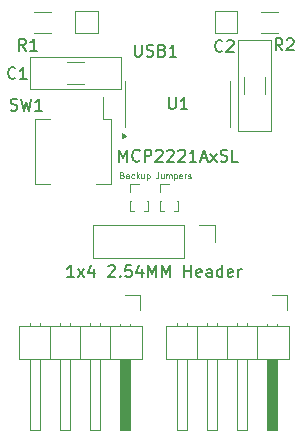
<source format=gbr>
%TF.GenerationSoftware,KiCad,Pcbnew,9.0.5*%
%TF.CreationDate,2025-10-22T16:43:25-04:00*%
%TF.ProjectId,USBC_I2C,55534243-5f49-4324-932e-6b696361645f,rev?*%
%TF.SameCoordinates,Original*%
%TF.FileFunction,Legend,Top*%
%TF.FilePolarity,Positive*%
%FSLAX46Y46*%
G04 Gerber Fmt 4.6, Leading zero omitted, Abs format (unit mm)*
G04 Created by KiCad (PCBNEW 9.0.5) date 2025-10-22 16:43:25*
%MOMM*%
%LPD*%
G01*
G04 APERTURE LIST*
%ADD10C,0.100000*%
%ADD11C,0.150000*%
%ADD12C,0.120000*%
G04 APERTURE END LIST*
D10*
X93976381Y-71338204D02*
X94047809Y-71362014D01*
X94047809Y-71362014D02*
X94071619Y-71385823D01*
X94071619Y-71385823D02*
X94095428Y-71433442D01*
X94095428Y-71433442D02*
X94095428Y-71504871D01*
X94095428Y-71504871D02*
X94071619Y-71552490D01*
X94071619Y-71552490D02*
X94047809Y-71576300D01*
X94047809Y-71576300D02*
X94000190Y-71600109D01*
X94000190Y-71600109D02*
X93809714Y-71600109D01*
X93809714Y-71600109D02*
X93809714Y-71100109D01*
X93809714Y-71100109D02*
X93976381Y-71100109D01*
X93976381Y-71100109D02*
X94024000Y-71123919D01*
X94024000Y-71123919D02*
X94047809Y-71147728D01*
X94047809Y-71147728D02*
X94071619Y-71195347D01*
X94071619Y-71195347D02*
X94071619Y-71242966D01*
X94071619Y-71242966D02*
X94047809Y-71290585D01*
X94047809Y-71290585D02*
X94024000Y-71314395D01*
X94024000Y-71314395D02*
X93976381Y-71338204D01*
X93976381Y-71338204D02*
X93809714Y-71338204D01*
X94524000Y-71600109D02*
X94524000Y-71338204D01*
X94524000Y-71338204D02*
X94500190Y-71290585D01*
X94500190Y-71290585D02*
X94452571Y-71266776D01*
X94452571Y-71266776D02*
X94357333Y-71266776D01*
X94357333Y-71266776D02*
X94309714Y-71290585D01*
X94524000Y-71576300D02*
X94476381Y-71600109D01*
X94476381Y-71600109D02*
X94357333Y-71600109D01*
X94357333Y-71600109D02*
X94309714Y-71576300D01*
X94309714Y-71576300D02*
X94285905Y-71528680D01*
X94285905Y-71528680D02*
X94285905Y-71481061D01*
X94285905Y-71481061D02*
X94309714Y-71433442D01*
X94309714Y-71433442D02*
X94357333Y-71409633D01*
X94357333Y-71409633D02*
X94476381Y-71409633D01*
X94476381Y-71409633D02*
X94524000Y-71385823D01*
X94976381Y-71576300D02*
X94928762Y-71600109D01*
X94928762Y-71600109D02*
X94833524Y-71600109D01*
X94833524Y-71600109D02*
X94785905Y-71576300D01*
X94785905Y-71576300D02*
X94762095Y-71552490D01*
X94762095Y-71552490D02*
X94738286Y-71504871D01*
X94738286Y-71504871D02*
X94738286Y-71362014D01*
X94738286Y-71362014D02*
X94762095Y-71314395D01*
X94762095Y-71314395D02*
X94785905Y-71290585D01*
X94785905Y-71290585D02*
X94833524Y-71266776D01*
X94833524Y-71266776D02*
X94928762Y-71266776D01*
X94928762Y-71266776D02*
X94976381Y-71290585D01*
X95190666Y-71600109D02*
X95190666Y-71100109D01*
X95238285Y-71409633D02*
X95381142Y-71600109D01*
X95381142Y-71266776D02*
X95190666Y-71457252D01*
X95809714Y-71266776D02*
X95809714Y-71600109D01*
X95595428Y-71266776D02*
X95595428Y-71528680D01*
X95595428Y-71528680D02*
X95619238Y-71576300D01*
X95619238Y-71576300D02*
X95666857Y-71600109D01*
X95666857Y-71600109D02*
X95738285Y-71600109D01*
X95738285Y-71600109D02*
X95785904Y-71576300D01*
X95785904Y-71576300D02*
X95809714Y-71552490D01*
X96047809Y-71266776D02*
X96047809Y-71766776D01*
X96047809Y-71290585D02*
X96095428Y-71266776D01*
X96095428Y-71266776D02*
X96190666Y-71266776D01*
X96190666Y-71266776D02*
X96238285Y-71290585D01*
X96238285Y-71290585D02*
X96262095Y-71314395D01*
X96262095Y-71314395D02*
X96285904Y-71362014D01*
X96285904Y-71362014D02*
X96285904Y-71504871D01*
X96285904Y-71504871D02*
X96262095Y-71552490D01*
X96262095Y-71552490D02*
X96238285Y-71576300D01*
X96238285Y-71576300D02*
X96190666Y-71600109D01*
X96190666Y-71600109D02*
X96095428Y-71600109D01*
X96095428Y-71600109D02*
X96047809Y-71576300D01*
X97023999Y-71100109D02*
X97023999Y-71457252D01*
X97023999Y-71457252D02*
X97000190Y-71528680D01*
X97000190Y-71528680D02*
X96952571Y-71576300D01*
X96952571Y-71576300D02*
X96881142Y-71600109D01*
X96881142Y-71600109D02*
X96833523Y-71600109D01*
X97476380Y-71266776D02*
X97476380Y-71600109D01*
X97262094Y-71266776D02*
X97262094Y-71528680D01*
X97262094Y-71528680D02*
X97285904Y-71576300D01*
X97285904Y-71576300D02*
X97333523Y-71600109D01*
X97333523Y-71600109D02*
X97404951Y-71600109D01*
X97404951Y-71600109D02*
X97452570Y-71576300D01*
X97452570Y-71576300D02*
X97476380Y-71552490D01*
X97714475Y-71600109D02*
X97714475Y-71266776D01*
X97714475Y-71314395D02*
X97738285Y-71290585D01*
X97738285Y-71290585D02*
X97785904Y-71266776D01*
X97785904Y-71266776D02*
X97857332Y-71266776D01*
X97857332Y-71266776D02*
X97904951Y-71290585D01*
X97904951Y-71290585D02*
X97928761Y-71338204D01*
X97928761Y-71338204D02*
X97928761Y-71600109D01*
X97928761Y-71338204D02*
X97952570Y-71290585D01*
X97952570Y-71290585D02*
X98000189Y-71266776D01*
X98000189Y-71266776D02*
X98071618Y-71266776D01*
X98071618Y-71266776D02*
X98119237Y-71290585D01*
X98119237Y-71290585D02*
X98143047Y-71338204D01*
X98143047Y-71338204D02*
X98143047Y-71600109D01*
X98381142Y-71266776D02*
X98381142Y-71766776D01*
X98381142Y-71290585D02*
X98428761Y-71266776D01*
X98428761Y-71266776D02*
X98523999Y-71266776D01*
X98523999Y-71266776D02*
X98571618Y-71290585D01*
X98571618Y-71290585D02*
X98595428Y-71314395D01*
X98595428Y-71314395D02*
X98619237Y-71362014D01*
X98619237Y-71362014D02*
X98619237Y-71504871D01*
X98619237Y-71504871D02*
X98595428Y-71552490D01*
X98595428Y-71552490D02*
X98571618Y-71576300D01*
X98571618Y-71576300D02*
X98523999Y-71600109D01*
X98523999Y-71600109D02*
X98428761Y-71600109D01*
X98428761Y-71600109D02*
X98381142Y-71576300D01*
X99023999Y-71576300D02*
X98976380Y-71600109D01*
X98976380Y-71600109D02*
X98881142Y-71600109D01*
X98881142Y-71600109D02*
X98833523Y-71576300D01*
X98833523Y-71576300D02*
X98809714Y-71528680D01*
X98809714Y-71528680D02*
X98809714Y-71338204D01*
X98809714Y-71338204D02*
X98833523Y-71290585D01*
X98833523Y-71290585D02*
X98881142Y-71266776D01*
X98881142Y-71266776D02*
X98976380Y-71266776D01*
X98976380Y-71266776D02*
X99023999Y-71290585D01*
X99023999Y-71290585D02*
X99047809Y-71338204D01*
X99047809Y-71338204D02*
X99047809Y-71385823D01*
X99047809Y-71385823D02*
X98809714Y-71433442D01*
X99262094Y-71600109D02*
X99262094Y-71266776D01*
X99262094Y-71362014D02*
X99285904Y-71314395D01*
X99285904Y-71314395D02*
X99309713Y-71290585D01*
X99309713Y-71290585D02*
X99357332Y-71266776D01*
X99357332Y-71266776D02*
X99404951Y-71266776D01*
X99547809Y-71576300D02*
X99595428Y-71600109D01*
X99595428Y-71600109D02*
X99690666Y-71600109D01*
X99690666Y-71600109D02*
X99738285Y-71576300D01*
X99738285Y-71576300D02*
X99762094Y-71528680D01*
X99762094Y-71528680D02*
X99762094Y-71504871D01*
X99762094Y-71504871D02*
X99738285Y-71457252D01*
X99738285Y-71457252D02*
X99690666Y-71433442D01*
X99690666Y-71433442D02*
X99619237Y-71433442D01*
X99619237Y-71433442D02*
X99571618Y-71409633D01*
X99571618Y-71409633D02*
X99547809Y-71362014D01*
X99547809Y-71362014D02*
X99547809Y-71338204D01*
X99547809Y-71338204D02*
X99571618Y-71290585D01*
X99571618Y-71290585D02*
X99619237Y-71266776D01*
X99619237Y-71266776D02*
X99690666Y-71266776D01*
X99690666Y-71266776D02*
X99738285Y-71290585D01*
D11*
X84518667Y-65812200D02*
X84661524Y-65859819D01*
X84661524Y-65859819D02*
X84899619Y-65859819D01*
X84899619Y-65859819D02*
X84994857Y-65812200D01*
X84994857Y-65812200D02*
X85042476Y-65764580D01*
X85042476Y-65764580D02*
X85090095Y-65669342D01*
X85090095Y-65669342D02*
X85090095Y-65574104D01*
X85090095Y-65574104D02*
X85042476Y-65478866D01*
X85042476Y-65478866D02*
X84994857Y-65431247D01*
X84994857Y-65431247D02*
X84899619Y-65383628D01*
X84899619Y-65383628D02*
X84709143Y-65336009D01*
X84709143Y-65336009D02*
X84613905Y-65288390D01*
X84613905Y-65288390D02*
X84566286Y-65240771D01*
X84566286Y-65240771D02*
X84518667Y-65145533D01*
X84518667Y-65145533D02*
X84518667Y-65050295D01*
X84518667Y-65050295D02*
X84566286Y-64955057D01*
X84566286Y-64955057D02*
X84613905Y-64907438D01*
X84613905Y-64907438D02*
X84709143Y-64859819D01*
X84709143Y-64859819D02*
X84947238Y-64859819D01*
X84947238Y-64859819D02*
X85090095Y-64907438D01*
X85423429Y-64859819D02*
X85661524Y-65859819D01*
X85661524Y-65859819D02*
X85852000Y-65145533D01*
X85852000Y-65145533D02*
X86042476Y-65859819D01*
X86042476Y-65859819D02*
X86280572Y-64859819D01*
X87185333Y-65859819D02*
X86613905Y-65859819D01*
X86899619Y-65859819D02*
X86899619Y-64859819D01*
X86899619Y-64859819D02*
X86804381Y-65002676D01*
X86804381Y-65002676D02*
X86709143Y-65097914D01*
X86709143Y-65097914D02*
X86613905Y-65145533D01*
X89885094Y-79956819D02*
X89313666Y-79956819D01*
X89599380Y-79956819D02*
X89599380Y-78956819D01*
X89599380Y-78956819D02*
X89504142Y-79099676D01*
X89504142Y-79099676D02*
X89408904Y-79194914D01*
X89408904Y-79194914D02*
X89313666Y-79242533D01*
X90218428Y-79956819D02*
X90742237Y-79290152D01*
X90218428Y-79290152D02*
X90742237Y-79956819D01*
X91551761Y-79290152D02*
X91551761Y-79956819D01*
X91313666Y-78909200D02*
X91075571Y-79623485D01*
X91075571Y-79623485D02*
X91694618Y-79623485D01*
X92789857Y-79052057D02*
X92837476Y-79004438D01*
X92837476Y-79004438D02*
X92932714Y-78956819D01*
X92932714Y-78956819D02*
X93170809Y-78956819D01*
X93170809Y-78956819D02*
X93266047Y-79004438D01*
X93266047Y-79004438D02*
X93313666Y-79052057D01*
X93313666Y-79052057D02*
X93361285Y-79147295D01*
X93361285Y-79147295D02*
X93361285Y-79242533D01*
X93361285Y-79242533D02*
X93313666Y-79385390D01*
X93313666Y-79385390D02*
X92742238Y-79956819D01*
X92742238Y-79956819D02*
X93361285Y-79956819D01*
X93789857Y-79861580D02*
X93837476Y-79909200D01*
X93837476Y-79909200D02*
X93789857Y-79956819D01*
X93789857Y-79956819D02*
X93742238Y-79909200D01*
X93742238Y-79909200D02*
X93789857Y-79861580D01*
X93789857Y-79861580D02*
X93789857Y-79956819D01*
X94742237Y-78956819D02*
X94266047Y-78956819D01*
X94266047Y-78956819D02*
X94218428Y-79433009D01*
X94218428Y-79433009D02*
X94266047Y-79385390D01*
X94266047Y-79385390D02*
X94361285Y-79337771D01*
X94361285Y-79337771D02*
X94599380Y-79337771D01*
X94599380Y-79337771D02*
X94694618Y-79385390D01*
X94694618Y-79385390D02*
X94742237Y-79433009D01*
X94742237Y-79433009D02*
X94789856Y-79528247D01*
X94789856Y-79528247D02*
X94789856Y-79766342D01*
X94789856Y-79766342D02*
X94742237Y-79861580D01*
X94742237Y-79861580D02*
X94694618Y-79909200D01*
X94694618Y-79909200D02*
X94599380Y-79956819D01*
X94599380Y-79956819D02*
X94361285Y-79956819D01*
X94361285Y-79956819D02*
X94266047Y-79909200D01*
X94266047Y-79909200D02*
X94218428Y-79861580D01*
X95646999Y-79290152D02*
X95646999Y-79956819D01*
X95408904Y-78909200D02*
X95170809Y-79623485D01*
X95170809Y-79623485D02*
X95789856Y-79623485D01*
X96170809Y-79956819D02*
X96170809Y-78956819D01*
X96170809Y-78956819D02*
X96504142Y-79671104D01*
X96504142Y-79671104D02*
X96837475Y-78956819D01*
X96837475Y-78956819D02*
X96837475Y-79956819D01*
X97313666Y-79956819D02*
X97313666Y-78956819D01*
X97313666Y-78956819D02*
X97646999Y-79671104D01*
X97646999Y-79671104D02*
X97980332Y-78956819D01*
X97980332Y-78956819D02*
X97980332Y-79956819D01*
X99218428Y-79956819D02*
X99218428Y-78956819D01*
X99218428Y-79433009D02*
X99789856Y-79433009D01*
X99789856Y-79956819D02*
X99789856Y-78956819D01*
X100646999Y-79909200D02*
X100551761Y-79956819D01*
X100551761Y-79956819D02*
X100361285Y-79956819D01*
X100361285Y-79956819D02*
X100266047Y-79909200D01*
X100266047Y-79909200D02*
X100218428Y-79813961D01*
X100218428Y-79813961D02*
X100218428Y-79433009D01*
X100218428Y-79433009D02*
X100266047Y-79337771D01*
X100266047Y-79337771D02*
X100361285Y-79290152D01*
X100361285Y-79290152D02*
X100551761Y-79290152D01*
X100551761Y-79290152D02*
X100646999Y-79337771D01*
X100646999Y-79337771D02*
X100694618Y-79433009D01*
X100694618Y-79433009D02*
X100694618Y-79528247D01*
X100694618Y-79528247D02*
X100218428Y-79623485D01*
X101551761Y-79956819D02*
X101551761Y-79433009D01*
X101551761Y-79433009D02*
X101504142Y-79337771D01*
X101504142Y-79337771D02*
X101408904Y-79290152D01*
X101408904Y-79290152D02*
X101218428Y-79290152D01*
X101218428Y-79290152D02*
X101123190Y-79337771D01*
X101551761Y-79909200D02*
X101456523Y-79956819D01*
X101456523Y-79956819D02*
X101218428Y-79956819D01*
X101218428Y-79956819D02*
X101123190Y-79909200D01*
X101123190Y-79909200D02*
X101075571Y-79813961D01*
X101075571Y-79813961D02*
X101075571Y-79718723D01*
X101075571Y-79718723D02*
X101123190Y-79623485D01*
X101123190Y-79623485D02*
X101218428Y-79575866D01*
X101218428Y-79575866D02*
X101456523Y-79575866D01*
X101456523Y-79575866D02*
X101551761Y-79528247D01*
X102456523Y-79956819D02*
X102456523Y-78956819D01*
X102456523Y-79909200D02*
X102361285Y-79956819D01*
X102361285Y-79956819D02*
X102170809Y-79956819D01*
X102170809Y-79956819D02*
X102075571Y-79909200D01*
X102075571Y-79909200D02*
X102027952Y-79861580D01*
X102027952Y-79861580D02*
X101980333Y-79766342D01*
X101980333Y-79766342D02*
X101980333Y-79480628D01*
X101980333Y-79480628D02*
X102027952Y-79385390D01*
X102027952Y-79385390D02*
X102075571Y-79337771D01*
X102075571Y-79337771D02*
X102170809Y-79290152D01*
X102170809Y-79290152D02*
X102361285Y-79290152D01*
X102361285Y-79290152D02*
X102456523Y-79337771D01*
X103313666Y-79909200D02*
X103218428Y-79956819D01*
X103218428Y-79956819D02*
X103027952Y-79956819D01*
X103027952Y-79956819D02*
X102932714Y-79909200D01*
X102932714Y-79909200D02*
X102885095Y-79813961D01*
X102885095Y-79813961D02*
X102885095Y-79433009D01*
X102885095Y-79433009D02*
X102932714Y-79337771D01*
X102932714Y-79337771D02*
X103027952Y-79290152D01*
X103027952Y-79290152D02*
X103218428Y-79290152D01*
X103218428Y-79290152D02*
X103313666Y-79337771D01*
X103313666Y-79337771D02*
X103361285Y-79433009D01*
X103361285Y-79433009D02*
X103361285Y-79528247D01*
X103361285Y-79528247D02*
X102885095Y-79623485D01*
X103789857Y-79956819D02*
X103789857Y-79290152D01*
X103789857Y-79480628D02*
X103837476Y-79385390D01*
X103837476Y-79385390D02*
X103885095Y-79337771D01*
X103885095Y-79337771D02*
X103980333Y-79290152D01*
X103980333Y-79290152D02*
X104075571Y-79290152D01*
X95035905Y-60287819D02*
X95035905Y-61097342D01*
X95035905Y-61097342D02*
X95083524Y-61192580D01*
X95083524Y-61192580D02*
X95131143Y-61240200D01*
X95131143Y-61240200D02*
X95226381Y-61287819D01*
X95226381Y-61287819D02*
X95416857Y-61287819D01*
X95416857Y-61287819D02*
X95512095Y-61240200D01*
X95512095Y-61240200D02*
X95559714Y-61192580D01*
X95559714Y-61192580D02*
X95607333Y-61097342D01*
X95607333Y-61097342D02*
X95607333Y-60287819D01*
X96035905Y-61240200D02*
X96178762Y-61287819D01*
X96178762Y-61287819D02*
X96416857Y-61287819D01*
X96416857Y-61287819D02*
X96512095Y-61240200D01*
X96512095Y-61240200D02*
X96559714Y-61192580D01*
X96559714Y-61192580D02*
X96607333Y-61097342D01*
X96607333Y-61097342D02*
X96607333Y-61002104D01*
X96607333Y-61002104D02*
X96559714Y-60906866D01*
X96559714Y-60906866D02*
X96512095Y-60859247D01*
X96512095Y-60859247D02*
X96416857Y-60811628D01*
X96416857Y-60811628D02*
X96226381Y-60764009D01*
X96226381Y-60764009D02*
X96131143Y-60716390D01*
X96131143Y-60716390D02*
X96083524Y-60668771D01*
X96083524Y-60668771D02*
X96035905Y-60573533D01*
X96035905Y-60573533D02*
X96035905Y-60478295D01*
X96035905Y-60478295D02*
X96083524Y-60383057D01*
X96083524Y-60383057D02*
X96131143Y-60335438D01*
X96131143Y-60335438D02*
X96226381Y-60287819D01*
X96226381Y-60287819D02*
X96464476Y-60287819D01*
X96464476Y-60287819D02*
X96607333Y-60335438D01*
X97369238Y-60764009D02*
X97512095Y-60811628D01*
X97512095Y-60811628D02*
X97559714Y-60859247D01*
X97559714Y-60859247D02*
X97607333Y-60954485D01*
X97607333Y-60954485D02*
X97607333Y-61097342D01*
X97607333Y-61097342D02*
X97559714Y-61192580D01*
X97559714Y-61192580D02*
X97512095Y-61240200D01*
X97512095Y-61240200D02*
X97416857Y-61287819D01*
X97416857Y-61287819D02*
X97035905Y-61287819D01*
X97035905Y-61287819D02*
X97035905Y-60287819D01*
X97035905Y-60287819D02*
X97369238Y-60287819D01*
X97369238Y-60287819D02*
X97464476Y-60335438D01*
X97464476Y-60335438D02*
X97512095Y-60383057D01*
X97512095Y-60383057D02*
X97559714Y-60478295D01*
X97559714Y-60478295D02*
X97559714Y-60573533D01*
X97559714Y-60573533D02*
X97512095Y-60668771D01*
X97512095Y-60668771D02*
X97464476Y-60716390D01*
X97464476Y-60716390D02*
X97369238Y-60764009D01*
X97369238Y-60764009D02*
X97035905Y-60764009D01*
X98559714Y-61287819D02*
X97988286Y-61287819D01*
X98274000Y-61287819D02*
X98274000Y-60287819D01*
X98274000Y-60287819D02*
X98178762Y-60430676D01*
X98178762Y-60430676D02*
X98083524Y-60525914D01*
X98083524Y-60525914D02*
X97988286Y-60573533D01*
X107529333Y-60754419D02*
X107196000Y-60278228D01*
X106957905Y-60754419D02*
X106957905Y-59754419D01*
X106957905Y-59754419D02*
X107338857Y-59754419D01*
X107338857Y-59754419D02*
X107434095Y-59802038D01*
X107434095Y-59802038D02*
X107481714Y-59849657D01*
X107481714Y-59849657D02*
X107529333Y-59944895D01*
X107529333Y-59944895D02*
X107529333Y-60087752D01*
X107529333Y-60087752D02*
X107481714Y-60182990D01*
X107481714Y-60182990D02*
X107434095Y-60230609D01*
X107434095Y-60230609D02*
X107338857Y-60278228D01*
X107338857Y-60278228D02*
X106957905Y-60278228D01*
X107910286Y-59849657D02*
X107957905Y-59802038D01*
X107957905Y-59802038D02*
X108053143Y-59754419D01*
X108053143Y-59754419D02*
X108291238Y-59754419D01*
X108291238Y-59754419D02*
X108386476Y-59802038D01*
X108386476Y-59802038D02*
X108434095Y-59849657D01*
X108434095Y-59849657D02*
X108481714Y-59944895D01*
X108481714Y-59944895D02*
X108481714Y-60040133D01*
X108481714Y-60040133D02*
X108434095Y-60182990D01*
X108434095Y-60182990D02*
X107862667Y-60754419D01*
X107862667Y-60754419D02*
X108481714Y-60754419D01*
X85812333Y-60779819D02*
X85479000Y-60303628D01*
X85240905Y-60779819D02*
X85240905Y-59779819D01*
X85240905Y-59779819D02*
X85621857Y-59779819D01*
X85621857Y-59779819D02*
X85717095Y-59827438D01*
X85717095Y-59827438D02*
X85764714Y-59875057D01*
X85764714Y-59875057D02*
X85812333Y-59970295D01*
X85812333Y-59970295D02*
X85812333Y-60113152D01*
X85812333Y-60113152D02*
X85764714Y-60208390D01*
X85764714Y-60208390D02*
X85717095Y-60256009D01*
X85717095Y-60256009D02*
X85621857Y-60303628D01*
X85621857Y-60303628D02*
X85240905Y-60303628D01*
X86764714Y-60779819D02*
X86193286Y-60779819D01*
X86479000Y-60779819D02*
X86479000Y-59779819D01*
X86479000Y-59779819D02*
X86383762Y-59922676D01*
X86383762Y-59922676D02*
X86288524Y-60017914D01*
X86288524Y-60017914D02*
X86193286Y-60065533D01*
X102449333Y-60811580D02*
X102401714Y-60859200D01*
X102401714Y-60859200D02*
X102258857Y-60906819D01*
X102258857Y-60906819D02*
X102163619Y-60906819D01*
X102163619Y-60906819D02*
X102020762Y-60859200D01*
X102020762Y-60859200D02*
X101925524Y-60763961D01*
X101925524Y-60763961D02*
X101877905Y-60668723D01*
X101877905Y-60668723D02*
X101830286Y-60478247D01*
X101830286Y-60478247D02*
X101830286Y-60335390D01*
X101830286Y-60335390D02*
X101877905Y-60144914D01*
X101877905Y-60144914D02*
X101925524Y-60049676D01*
X101925524Y-60049676D02*
X102020762Y-59954438D01*
X102020762Y-59954438D02*
X102163619Y-59906819D01*
X102163619Y-59906819D02*
X102258857Y-59906819D01*
X102258857Y-59906819D02*
X102401714Y-59954438D01*
X102401714Y-59954438D02*
X102449333Y-60002057D01*
X102830286Y-60002057D02*
X102877905Y-59954438D01*
X102877905Y-59954438D02*
X102973143Y-59906819D01*
X102973143Y-59906819D02*
X103211238Y-59906819D01*
X103211238Y-59906819D02*
X103306476Y-59954438D01*
X103306476Y-59954438D02*
X103354095Y-60002057D01*
X103354095Y-60002057D02*
X103401714Y-60097295D01*
X103401714Y-60097295D02*
X103401714Y-60192533D01*
X103401714Y-60192533D02*
X103354095Y-60335390D01*
X103354095Y-60335390D02*
X102782667Y-60906819D01*
X102782667Y-60906819D02*
X103401714Y-60906819D01*
X84923333Y-63097580D02*
X84875714Y-63145200D01*
X84875714Y-63145200D02*
X84732857Y-63192819D01*
X84732857Y-63192819D02*
X84637619Y-63192819D01*
X84637619Y-63192819D02*
X84494762Y-63145200D01*
X84494762Y-63145200D02*
X84399524Y-63049961D01*
X84399524Y-63049961D02*
X84351905Y-62954723D01*
X84351905Y-62954723D02*
X84304286Y-62764247D01*
X84304286Y-62764247D02*
X84304286Y-62621390D01*
X84304286Y-62621390D02*
X84351905Y-62430914D01*
X84351905Y-62430914D02*
X84399524Y-62335676D01*
X84399524Y-62335676D02*
X84494762Y-62240438D01*
X84494762Y-62240438D02*
X84637619Y-62192819D01*
X84637619Y-62192819D02*
X84732857Y-62192819D01*
X84732857Y-62192819D02*
X84875714Y-62240438D01*
X84875714Y-62240438D02*
X84923333Y-62288057D01*
X85875714Y-63192819D02*
X85304286Y-63192819D01*
X85590000Y-63192819D02*
X85590000Y-62192819D01*
X85590000Y-62192819D02*
X85494762Y-62335676D01*
X85494762Y-62335676D02*
X85399524Y-62430914D01*
X85399524Y-62430914D02*
X85304286Y-62478533D01*
X97917095Y-64732819D02*
X97917095Y-65542342D01*
X97917095Y-65542342D02*
X97964714Y-65637580D01*
X97964714Y-65637580D02*
X98012333Y-65685200D01*
X98012333Y-65685200D02*
X98107571Y-65732819D01*
X98107571Y-65732819D02*
X98298047Y-65732819D01*
X98298047Y-65732819D02*
X98393285Y-65685200D01*
X98393285Y-65685200D02*
X98440904Y-65637580D01*
X98440904Y-65637580D02*
X98488523Y-65542342D01*
X98488523Y-65542342D02*
X98488523Y-64732819D01*
X99488523Y-65732819D02*
X98917095Y-65732819D01*
X99202809Y-65732819D02*
X99202809Y-64732819D01*
X99202809Y-64732819D02*
X99107571Y-64875676D01*
X99107571Y-64875676D02*
X99012333Y-64970914D01*
X99012333Y-64970914D02*
X98917095Y-65018533D01*
X93726619Y-70177819D02*
X93726619Y-69177819D01*
X93726619Y-69177819D02*
X94059952Y-69892104D01*
X94059952Y-69892104D02*
X94393285Y-69177819D01*
X94393285Y-69177819D02*
X94393285Y-70177819D01*
X95440904Y-70082580D02*
X95393285Y-70130200D01*
X95393285Y-70130200D02*
X95250428Y-70177819D01*
X95250428Y-70177819D02*
X95155190Y-70177819D01*
X95155190Y-70177819D02*
X95012333Y-70130200D01*
X95012333Y-70130200D02*
X94917095Y-70034961D01*
X94917095Y-70034961D02*
X94869476Y-69939723D01*
X94869476Y-69939723D02*
X94821857Y-69749247D01*
X94821857Y-69749247D02*
X94821857Y-69606390D01*
X94821857Y-69606390D02*
X94869476Y-69415914D01*
X94869476Y-69415914D02*
X94917095Y-69320676D01*
X94917095Y-69320676D02*
X95012333Y-69225438D01*
X95012333Y-69225438D02*
X95155190Y-69177819D01*
X95155190Y-69177819D02*
X95250428Y-69177819D01*
X95250428Y-69177819D02*
X95393285Y-69225438D01*
X95393285Y-69225438D02*
X95440904Y-69273057D01*
X95869476Y-70177819D02*
X95869476Y-69177819D01*
X95869476Y-69177819D02*
X96250428Y-69177819D01*
X96250428Y-69177819D02*
X96345666Y-69225438D01*
X96345666Y-69225438D02*
X96393285Y-69273057D01*
X96393285Y-69273057D02*
X96440904Y-69368295D01*
X96440904Y-69368295D02*
X96440904Y-69511152D01*
X96440904Y-69511152D02*
X96393285Y-69606390D01*
X96393285Y-69606390D02*
X96345666Y-69654009D01*
X96345666Y-69654009D02*
X96250428Y-69701628D01*
X96250428Y-69701628D02*
X95869476Y-69701628D01*
X96821857Y-69273057D02*
X96869476Y-69225438D01*
X96869476Y-69225438D02*
X96964714Y-69177819D01*
X96964714Y-69177819D02*
X97202809Y-69177819D01*
X97202809Y-69177819D02*
X97298047Y-69225438D01*
X97298047Y-69225438D02*
X97345666Y-69273057D01*
X97345666Y-69273057D02*
X97393285Y-69368295D01*
X97393285Y-69368295D02*
X97393285Y-69463533D01*
X97393285Y-69463533D02*
X97345666Y-69606390D01*
X97345666Y-69606390D02*
X96774238Y-70177819D01*
X96774238Y-70177819D02*
X97393285Y-70177819D01*
X97774238Y-69273057D02*
X97821857Y-69225438D01*
X97821857Y-69225438D02*
X97917095Y-69177819D01*
X97917095Y-69177819D02*
X98155190Y-69177819D01*
X98155190Y-69177819D02*
X98250428Y-69225438D01*
X98250428Y-69225438D02*
X98298047Y-69273057D01*
X98298047Y-69273057D02*
X98345666Y-69368295D01*
X98345666Y-69368295D02*
X98345666Y-69463533D01*
X98345666Y-69463533D02*
X98298047Y-69606390D01*
X98298047Y-69606390D02*
X97726619Y-70177819D01*
X97726619Y-70177819D02*
X98345666Y-70177819D01*
X98726619Y-69273057D02*
X98774238Y-69225438D01*
X98774238Y-69225438D02*
X98869476Y-69177819D01*
X98869476Y-69177819D02*
X99107571Y-69177819D01*
X99107571Y-69177819D02*
X99202809Y-69225438D01*
X99202809Y-69225438D02*
X99250428Y-69273057D01*
X99250428Y-69273057D02*
X99298047Y-69368295D01*
X99298047Y-69368295D02*
X99298047Y-69463533D01*
X99298047Y-69463533D02*
X99250428Y-69606390D01*
X99250428Y-69606390D02*
X98679000Y-70177819D01*
X98679000Y-70177819D02*
X99298047Y-70177819D01*
X100250428Y-70177819D02*
X99679000Y-70177819D01*
X99964714Y-70177819D02*
X99964714Y-69177819D01*
X99964714Y-69177819D02*
X99869476Y-69320676D01*
X99869476Y-69320676D02*
X99774238Y-69415914D01*
X99774238Y-69415914D02*
X99679000Y-69463533D01*
X100631381Y-69892104D02*
X101107571Y-69892104D01*
X100536143Y-70177819D02*
X100869476Y-69177819D01*
X100869476Y-69177819D02*
X101202809Y-70177819D01*
X101440905Y-70177819D02*
X101964714Y-69511152D01*
X101440905Y-69511152D02*
X101964714Y-70177819D01*
X102298048Y-70130200D02*
X102440905Y-70177819D01*
X102440905Y-70177819D02*
X102679000Y-70177819D01*
X102679000Y-70177819D02*
X102774238Y-70130200D01*
X102774238Y-70130200D02*
X102821857Y-70082580D01*
X102821857Y-70082580D02*
X102869476Y-69987342D01*
X102869476Y-69987342D02*
X102869476Y-69892104D01*
X102869476Y-69892104D02*
X102821857Y-69796866D01*
X102821857Y-69796866D02*
X102774238Y-69749247D01*
X102774238Y-69749247D02*
X102679000Y-69701628D01*
X102679000Y-69701628D02*
X102488524Y-69654009D01*
X102488524Y-69654009D02*
X102393286Y-69606390D01*
X102393286Y-69606390D02*
X102345667Y-69558771D01*
X102345667Y-69558771D02*
X102298048Y-69463533D01*
X102298048Y-69463533D02*
X102298048Y-69368295D01*
X102298048Y-69368295D02*
X102345667Y-69273057D01*
X102345667Y-69273057D02*
X102393286Y-69225438D01*
X102393286Y-69225438D02*
X102488524Y-69177819D01*
X102488524Y-69177819D02*
X102726619Y-69177819D01*
X102726619Y-69177819D02*
X102869476Y-69225438D01*
X103774238Y-70177819D02*
X103298048Y-70177819D01*
X103298048Y-70177819D02*
X103298048Y-69177819D01*
D12*
%TO.C,SW1*%
X92374000Y-64732000D02*
X92374000Y-66582000D01*
X93024000Y-66582000D02*
X92374000Y-66582000D01*
X93024000Y-66582000D02*
X93024000Y-72102000D01*
X86554000Y-66582000D02*
X87824000Y-66582000D01*
X86554000Y-66582000D02*
X86554000Y-72102000D01*
X93024000Y-72102000D02*
X91754000Y-72102000D01*
X86554000Y-72102000D02*
X87824000Y-72102000D01*
%TO.C,R2*%
X107153064Y-59330000D02*
X105698936Y-59330000D01*
X107153064Y-57510000D02*
X105698936Y-57510000D01*
%TO.C,R1*%
X86521936Y-57510000D02*
X87976064Y-57510000D01*
X86521936Y-59330000D02*
X87976064Y-59330000D01*
%TO.C,C2*%
X104246000Y-64465252D02*
X104246000Y-63042748D01*
X106066000Y-64465252D02*
X106066000Y-63042748D01*
%TO.C,C1*%
X89306348Y-61777200D02*
X90728852Y-61777200D01*
X89306348Y-63597200D02*
X90728852Y-63597200D01*
%TO.C,REF\u002A\u002A*%
X85234000Y-84127000D02*
X85234000Y-86887000D01*
X85234000Y-86887000D02*
X95614000Y-86887000D01*
X86184000Y-83814358D02*
X86184000Y-84127000D01*
X86184000Y-92887000D02*
X86184000Y-86887000D01*
X87044000Y-83814358D02*
X87044000Y-84127000D01*
X87044000Y-86887000D02*
X87044000Y-92887000D01*
X87044000Y-92887000D02*
X86184000Y-92887000D01*
X87884000Y-84127000D02*
X87884000Y-86887000D01*
X88724000Y-83814358D02*
X88724000Y-84127000D01*
X88724000Y-92887000D02*
X88724000Y-86887000D01*
X89584000Y-83814358D02*
X89584000Y-84127000D01*
X89584000Y-86887000D02*
X89584000Y-92887000D01*
X89584000Y-92887000D02*
X88724000Y-92887000D01*
X90424000Y-84127000D02*
X90424000Y-86887000D01*
X91264000Y-83814358D02*
X91264000Y-84127000D01*
X91264000Y-92887000D02*
X91264000Y-86887000D01*
X92124000Y-83814358D02*
X92124000Y-84127000D01*
X92124000Y-86887000D02*
X92124000Y-92887000D01*
X92124000Y-92887000D02*
X91264000Y-92887000D01*
X92964000Y-84127000D02*
X92964000Y-86887000D01*
X93804000Y-83897000D02*
X93804000Y-84127000D01*
X94234000Y-81467000D02*
X95504000Y-81467000D01*
X94664000Y-83897000D02*
X94664000Y-84127000D01*
X95504000Y-81467000D02*
X95504000Y-82737000D01*
X95614000Y-84127000D02*
X85234000Y-84127000D01*
X95614000Y-86887000D02*
X95614000Y-84127000D01*
X94664000Y-86887000D02*
X93804000Y-86887000D01*
X93804000Y-92887000D01*
X94664000Y-92887000D01*
X94664000Y-86887000D01*
G36*
X94664000Y-86887000D02*
G01*
X93804000Y-86887000D01*
X93804000Y-92887000D01*
X94664000Y-92887000D01*
X94664000Y-86887000D01*
G37*
%TO.C,TP3*%
X89987600Y-57415900D02*
X91887600Y-57415900D01*
X89987600Y-59315900D02*
X89987600Y-57415900D01*
X91887600Y-57415900D02*
X91887600Y-59315900D01*
X91887600Y-59315900D02*
X89987600Y-59315900D01*
%TO.C,U1*%
X94244000Y-65278000D02*
X94244000Y-63328000D01*
X94244000Y-65278000D02*
X94244000Y-67228000D01*
X103114000Y-65278000D02*
X103114000Y-63328000D01*
X103114000Y-65278000D02*
X103114000Y-67228000D01*
X94309000Y-67978000D02*
X93979000Y-68218000D01*
X93979000Y-67738000D01*
X94309000Y-67978000D01*
G36*
X94309000Y-67978000D02*
G01*
X93979000Y-68218000D01*
X93979000Y-67738000D01*
X94309000Y-67978000D01*
G37*
%TO.C,REF\u002A\u002A*%
X86147600Y-61317200D02*
X93887600Y-61317200D01*
X86147600Y-64057200D02*
X86147600Y-61317200D01*
X93887600Y-61317200D02*
X93887600Y-64057200D01*
X93887600Y-64057200D02*
X86147600Y-64057200D01*
X91457000Y-75582000D02*
X91457000Y-78342000D01*
X99187000Y-75582000D02*
X91457000Y-75582000D01*
X99187000Y-75582000D02*
X99187000Y-78342000D01*
X99187000Y-78342000D02*
X91457000Y-78342000D01*
X100457000Y-75582000D02*
X101837000Y-75582000D01*
X101837000Y-75582000D02*
X101837000Y-76962000D01*
X94632000Y-72052000D02*
X95377000Y-72052000D01*
X94632000Y-72787000D02*
X94632000Y-72052000D01*
X94632000Y-73522000D02*
X94632000Y-74397000D01*
X94632000Y-73522000D02*
X94691435Y-73522000D01*
X94632000Y-74397000D02*
X94966970Y-74397000D01*
X95787030Y-74397000D02*
X96122000Y-74397000D01*
X96062565Y-73522000D02*
X96122000Y-73522000D01*
X96122000Y-73522000D02*
X96122000Y-74397000D01*
X97172000Y-72052000D02*
X97917000Y-72052000D01*
X97172000Y-72787000D02*
X97172000Y-72052000D01*
X97172000Y-73522000D02*
X97172000Y-74397000D01*
X97172000Y-73522000D02*
X97231435Y-73522000D01*
X97172000Y-74397000D02*
X97506970Y-74397000D01*
X98327030Y-74397000D02*
X98662000Y-74397000D01*
X98602565Y-73522000D02*
X98662000Y-73522000D01*
X98662000Y-73522000D02*
X98662000Y-74397000D01*
X103786000Y-59884000D02*
X106526000Y-59884000D01*
X103786000Y-67624000D02*
X103786000Y-59884000D01*
X106526000Y-59884000D02*
X106526000Y-67624000D01*
X106526000Y-67624000D02*
X103786000Y-67624000D01*
%TO.C,TP3*%
X101811300Y-57415900D02*
X103711300Y-57415900D01*
X101811300Y-59315900D02*
X101811300Y-57415900D01*
X103711300Y-57415900D02*
X103711300Y-59315900D01*
X103711300Y-59315900D02*
X101811300Y-59315900D01*
%TO.C,REF\u002A\u002A*%
X97680000Y-84127000D02*
X97680000Y-86887000D01*
X97680000Y-86887000D02*
X108060000Y-86887000D01*
X98630000Y-83814358D02*
X98630000Y-84127000D01*
X98630000Y-92887000D02*
X98630000Y-86887000D01*
X99490000Y-83814358D02*
X99490000Y-84127000D01*
X99490000Y-86887000D02*
X99490000Y-92887000D01*
X99490000Y-92887000D02*
X98630000Y-92887000D01*
X100330000Y-84127000D02*
X100330000Y-86887000D01*
X101170000Y-83814358D02*
X101170000Y-84127000D01*
X101170000Y-92887000D02*
X101170000Y-86887000D01*
X102030000Y-83814358D02*
X102030000Y-84127000D01*
X102030000Y-86887000D02*
X102030000Y-92887000D01*
X102030000Y-92887000D02*
X101170000Y-92887000D01*
X102870000Y-84127000D02*
X102870000Y-86887000D01*
X103710000Y-83814358D02*
X103710000Y-84127000D01*
X103710000Y-92887000D02*
X103710000Y-86887000D01*
X104570000Y-83814358D02*
X104570000Y-84127000D01*
X104570000Y-86887000D02*
X104570000Y-92887000D01*
X104570000Y-92887000D02*
X103710000Y-92887000D01*
X105410000Y-84127000D02*
X105410000Y-86887000D01*
X106250000Y-83897000D02*
X106250000Y-84127000D01*
X106680000Y-81467000D02*
X107950000Y-81467000D01*
X107110000Y-83897000D02*
X107110000Y-84127000D01*
X107950000Y-81467000D02*
X107950000Y-82737000D01*
X108060000Y-84127000D02*
X97680000Y-84127000D01*
X108060000Y-86887000D02*
X108060000Y-84127000D01*
X107110000Y-86887000D02*
X106250000Y-86887000D01*
X106250000Y-92887000D01*
X107110000Y-92887000D01*
X107110000Y-86887000D01*
G36*
X107110000Y-86887000D02*
G01*
X106250000Y-86887000D01*
X106250000Y-92887000D01*
X107110000Y-92887000D01*
X107110000Y-86887000D01*
G37*
%TD*%
M02*

</source>
